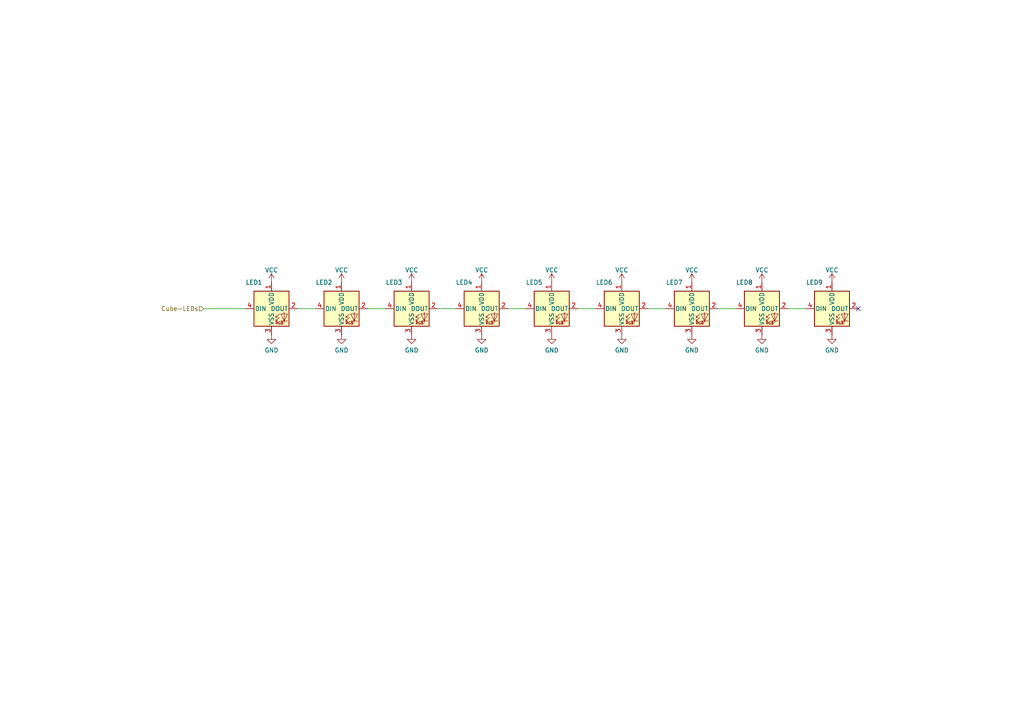
<source format=kicad_sch>
(kicad_sch (version 20211123) (generator eeschema)
  (paper "A4")
  (lib_symbols
    (symbol "LED:WS2812B" (pin_names (offset 0.254))
      (property "Reference" "D" (at 5.08 5.715 0))
      (property "Value" "WS2812B" (at 1.27 -5.715 0))
      (symbol "WS2812B_0_0"
        (text "RGB" (at 2.286 -4.191 0) (effects (font (size 0.762 0.762))))
      )
      (symbol "WS2812B_0_1"
        (polyline (pts (xy 1.27 -3.556) (xy 1.778 -3.556)))
        (polyline (pts (xy 1.27 -2.54) (xy 1.778 -2.54)))
        (polyline (pts (xy 4.699 -3.556) (xy 2.667 -3.556)))
        (polyline (pts (xy 2.286 -2.54) (xy 1.27 -3.556) (xy 1.27 -3.048)))
        (polyline (pts (xy 2.286 -1.524) (xy 1.27 -2.54) (xy 1.27 -2.032)))
        (polyline (pts (xy 3.683 -1.016) (xy 3.683 -3.556) (xy 3.683 -4.064)))
        (polyline (pts (xy 4.699 -1.524) (xy 2.667 -1.524) (xy 3.683 -3.556) (xy 4.699 -1.524)))
        (rectangle (start 5.08 5.08) (end -5.08 -5.08) (stroke (width 0.254)) (fill (type background)))
      )
      (symbol "WS2812B_1_1"
        (pin power_in line (at 0 7.62 270) (length 2.54) (name "VDD") (number "1"))
        (pin output line (at 7.62 0 180) (length 2.54) (name "DOUT") (number "2"))
        (pin power_in line (at 0 -7.62 90) (length 2.54) (name "VSS") (number "3"))
        (pin input line (at -7.62 0 0) (length 2.54) (name "DIN") (number "4"))
      )
    )
    (symbol "power:GND" (power) (pin_names (offset 0))
      (property "Value" "GND" (at 0 -3.81 0))
      (symbol "GND_0_1"
        (polyline (pts (xy 0 0) (xy 0 -1.27) (xy 1.27 -1.27) (xy 0 -2.54) (xy -1.27 -1.27) (xy 0 -1.27)))
      )
      (symbol "GND_1_1"
        (pin power_in line (at 0 0 270) (length 0) hide (name "GND") (number "1"))
      )
    )
    (symbol "power:VCC" (power) (pin_names (offset 0))
      (property "Value" "VCC" (at 0 3.81 0))
      (symbol "VCC_0_1"
        (polyline (pts (xy -0.762 1.27) (xy 0 2.54)))
        (polyline (pts (xy 0 0) (xy 0 2.54)))
        (polyline (pts (xy 0 2.54) (xy 0.762 1.27)))
      )
      (symbol "VCC_1_1"
        (pin power_in line (at 0 0 90) (length 0) hide (name "VCC") (number "1"))
      )
    )
  )
  (no_connect (at 248.92 89.535))
  (wire (pts (xy 106.68 89.535) (xy 111.76 89.535)))
  (wire (pts (xy 86.36 89.535) (xy 91.44 89.535)))
  (wire (pts (xy 167.64 89.535) (xy 172.72 89.535)))
  (wire (pts (xy 187.96 89.535) (xy 193.04 89.535)))
  (wire (pts (xy 208.28 89.535) (xy 213.36 89.535)))
  (wire (pts (xy 127 89.535) (xy 132.08 89.535)))
  (wire (pts (xy 228.6 89.535) (xy 233.68 89.535)))
  (wire (pts (xy 147.32 89.535) (xy 152.4 89.535)))
  (wire (pts (xy 59.055 89.535) (xy 71.12 89.535)))
  (hierarchical_label "Cube-LEDs" (shape input) (at 59.055 89.535 180))
  (symbol (lib_id "power:GND") (at 119.38 97.155 0) (unit 1)
    (property "Reference" "#PWR042" (effects hide))
    (property "Value" "GND" (at 119.38 101.5984 0))
  )
  (symbol (lib_id "power:VCC") (at 220.98 81.915 0) (unit 1)
    (property "Reference" "#PWR0189" (effects hide))
    (property "Value" "VCC" (at 220.98 78.3392 0))
  )
  (symbol (lib_id "power:GND") (at 241.3 97.155 0) (unit 1)
    (property "Reference" "#PWR082" (effects hide))
    (property "Value" "GND" (at 241.3 101.5984 0))
  )
  (symbol (lib_id "power:GND") (at 220.98 97.155 0) (unit 1)
    (property "Reference" "#PWR080" (effects hide))
    (property "Value" "GND" (at 220.98 101.5984 0))
  )
  (symbol (lib_id "LED:WS2812B") (at 119.38 89.535 0) (unit 1)
    (property "Reference" "LED3" (at 114.3 81.915 0))
    (property "Value" "WS2812-4020_single" (effects hide))
    (property "Footprint" "FieldBoard_footprint:WS2812-mini" (effects hide))
    (property "Datasheet" "https://cdn-shop.adafruit.com/datasheets/WS2812B.pdf" (effects hide))
  )
  (symbol (lib_id "power:VCC") (at 99.06 81.915 0) (unit 1)
    (property "Reference" "#PWR0177" (effects hide))
    (property "Value" "VCC" (at 99.06 78.3392 0))
  )
  (symbol (lib_id "LED:WS2812B") (at 241.3 89.535 0) (unit 1)
    (property "Reference" "LED9" (at 236.22 81.915 0))
    (property "Value" "WS2812-4020_single" (effects hide))
    (property "Footprint" "FieldBoard_footprint:WS2812-mini" (effects hide))
    (property "Datasheet" "https://cdn-shop.adafruit.com/datasheets/WS2812B.pdf" (effects hide))
  )
  (symbol (lib_id "power:VCC") (at 119.38 81.915 0) (unit 1)
    (property "Reference" "#PWR0175" (effects hide))
    (property "Value" "VCC" (at 119.38 78.3392 0))
  )
  (symbol (lib_id "power:GND") (at 139.7 97.155 0) (unit 1)
    (property "Reference" "#PWR046" (effects hide))
    (property "Value" "GND" (at 139.7 101.5984 0))
  )
  (symbol (lib_id "LED:WS2812B") (at 160.02 89.535 0) (unit 1)
    (property "Reference" "LED5" (at 154.94 81.915 0))
    (property "Value" "WS2812-4020_single" (effects hide))
    (property "Footprint" "FieldBoard_footprint:WS2812-mini" (effects hide))
    (property "Datasheet" "https://cdn-shop.adafruit.com/datasheets/WS2812B.pdf" (effects hide))
  )
  (symbol (lib_id "power:GND") (at 200.66 97.155 0) (unit 1)
    (property "Reference" "#PWR078" (effects hide))
    (property "Value" "GND" (at 200.66 101.5984 0))
  )
  (symbol (lib_id "power:GND") (at 99.06 97.155 0) (unit 1)
    (property "Reference" "#PWR040" (effects hide))
    (property "Value" "GND" (at 99.06 101.5984 0))
  )
  (symbol (lib_id "LED:WS2812B") (at 200.66 89.535 0) (unit 1)
    (property "Reference" "LED7" (at 195.58 81.915 0))
    (property "Value" "WS2812-4020_single" (effects hide))
    (property "Footprint" "FieldBoard_footprint:WS2812-mini" (effects hide))
    (property "Datasheet" "https://cdn-shop.adafruit.com/datasheets/WS2812B.pdf" (effects hide))
  )
  (symbol (lib_id "power:VCC") (at 160.02 81.915 0) (unit 1)
    (property "Reference" "#PWR0185" (effects hide))
    (property "Value" "VCC" (at 160.02 78.3392 0))
  )
  (symbol (lib_id "power:VCC") (at 241.3 81.915 0) (unit 1)
    (property "Reference" "#PWR0173" (effects hide))
    (property "Value" "VCC" (at 241.3 78.3392 0))
  )
  (symbol (lib_id "power:GND") (at 180.34 97.155 0) (unit 1)
    (property "Reference" "#PWR071" (effects hide))
    (property "Value" "GND" (at 180.34 101.5984 0))
  )
  (symbol (lib_id "power:VCC") (at 180.34 81.915 0) (unit 1)
    (property "Reference" "#PWR0181" (effects hide))
    (property "Value" "VCC" (at 180.34 78.3392 0))
  )
  (symbol (lib_id "LED:WS2812B") (at 99.06 89.535 0) (unit 1)
    (property "Reference" "LED2" (at 93.98 81.915 0))
    (property "Value" "WS2812-4020_single" (effects hide))
    (property "Footprint" "FieldBoard_footprint:WS2812-mini" (effects hide))
    (property "Datasheet" "https://cdn-shop.adafruit.com/datasheets/WS2812B.pdf" (effects hide))
  )
  (symbol (lib_id "LED:WS2812B") (at 139.7 89.535 0) (unit 1)
    (property "Reference" "LED4" (at 134.62 81.915 0))
    (property "Value" "WS2812-4020_single" (effects hide))
    (property "Footprint" "FieldBoard_footprint:WS2812-mini" (effects hide))
    (property "Datasheet" "https://cdn-shop.adafruit.com/datasheets/WS2812B.pdf" (effects hide))
  )
  (symbol (lib_id "power:VCC") (at 78.74 81.915 0) (unit 1)
    (property "Reference" "#PWR0179" (effects hide))
    (property "Value" "VCC" (at 78.74 78.3392 0))
  )
  (symbol (lib_id "LED:WS2812B") (at 180.34 89.535 0) (unit 1)
    (property "Reference" "LED6" (at 175.26 81.915 0))
    (property "Value" "WS2812-4020_single" (effects hide))
    (property "Footprint" "FieldBoard_footprint:WS2812-mini" (effects hide))
    (property "Datasheet" "https://cdn-shop.adafruit.com/datasheets/WS2812B.pdf" (effects hide))
  )
  (symbol (lib_id "power:VCC") (at 200.66 81.915 0) (unit 1)
    (property "Reference" "#PWR0187" (effects hide))
    (property "Value" "VCC" (at 200.66 78.3392 0))
  )
  (symbol (lib_id "LED:WS2812B") (at 220.98 89.535 0) (unit 1)
    (property "Reference" "LED8" (at 215.9 81.915 0))
    (property "Value" "WS2812-4020_single" (effects hide))
    (property "Footprint" "FieldBoard_footprint:WS2812-mini" (effects hide))
    (property "Datasheet" "https://cdn-shop.adafruit.com/datasheets/WS2812B.pdf" (effects hide))
  )
  (symbol (lib_id "power:VCC") (at 139.7 81.915 0) (unit 1)
    (property "Reference" "#PWR0183" (effects hide))
    (property "Value" "VCC" (at 139.7 78.3392 0))
  )
  (symbol (lib_id "LED:WS2812B") (at 78.74 89.535 0) (unit 1)
    (property "Reference" "LED1" (at 73.66 81.915 0))
    (property "Value" "WS2812-4020_single" (effects hide))
    (property "Footprint" "FieldBoard_footprint:WS2812-mini" (effects hide))
    (property "Datasheet" "https://cdn-shop.adafruit.com/datasheets/WS2812B.pdf" (effects hide))
  )
  (symbol (lib_id "power:GND") (at 78.74 97.155 0) (unit 1)
    (property "Reference" "#PWR038" (effects hide))
    (property "Value" "GND" (at 78.74 101.5984 0))
  )
  (symbol (lib_id "power:GND") (at 160.02 97.155 0) (unit 1)
    (property "Reference" "#PWR058" (effects hide))
    (property "Value" "GND" (at 160.02 101.5984 0))
  )
)
</source>
